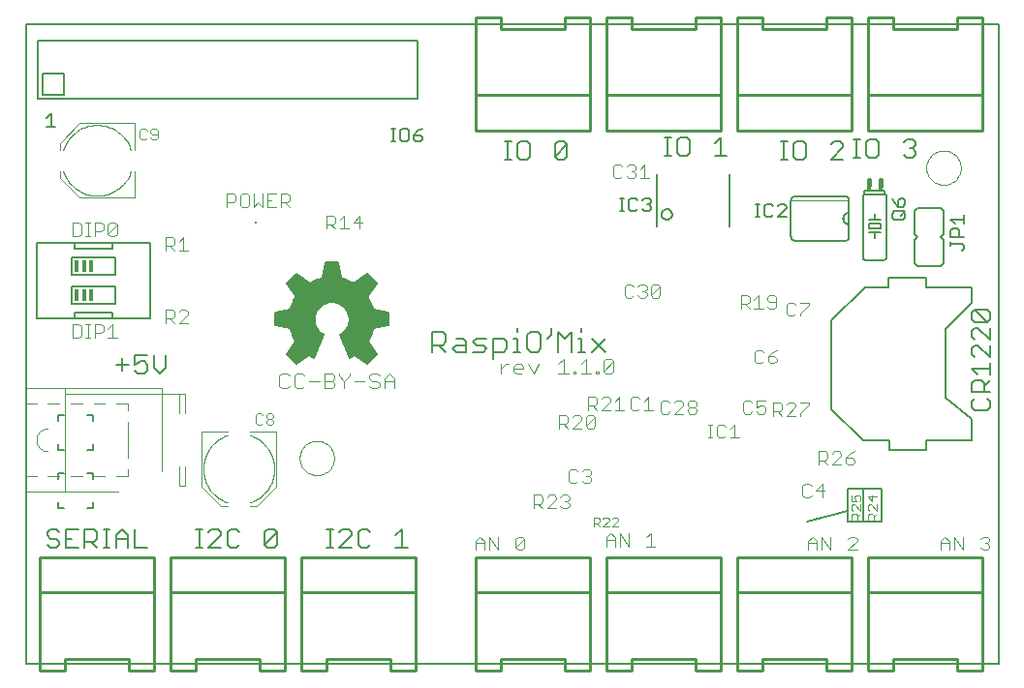
<source format=gto>
G75*
%MOIN*%
%OFA0B0*%
%FSLAX24Y24*%
%IPPOS*%
%LPD*%
%AMOC8*
5,1,8,0,0,1.08239X$1,22.5*
%
%ADD10C,0.0060*%
%ADD11C,0.0040*%
%ADD12C,0.0050*%
%ADD13R,0.0079X0.0079*%
%ADD14C,0.0000*%
%ADD15C,0.0020*%
%ADD16C,0.0160*%
%ADD17R,0.0160X0.0230*%
%ADD18C,0.0039*%
%ADD19R,0.0150X0.0400*%
%ADD20C,0.0030*%
%ADD21C,0.0100*%
%ADD22C,0.0080*%
D10*
X000989Y004401D02*
X000882Y004508D01*
X000989Y004401D02*
X001202Y004401D01*
X001309Y004508D01*
X001309Y004615D01*
X001202Y004722D01*
X000989Y004722D01*
X000882Y004828D01*
X000882Y004935D01*
X000989Y005042D01*
X001202Y005042D01*
X001309Y004935D01*
X001527Y005042D02*
X001527Y004401D01*
X001954Y004401D01*
X002171Y004401D02*
X002171Y005042D01*
X002491Y005042D01*
X002598Y004935D01*
X002598Y004722D01*
X002491Y004615D01*
X002171Y004615D01*
X002385Y004615D02*
X002598Y004401D01*
X002816Y004401D02*
X003029Y004401D01*
X002922Y004401D02*
X002922Y005042D01*
X002816Y005042D02*
X003029Y005042D01*
X003245Y004828D02*
X003459Y005042D01*
X003672Y004828D01*
X003672Y004401D01*
X003890Y004401D02*
X004317Y004401D01*
X003890Y004401D02*
X003890Y005042D01*
X003672Y004722D02*
X003245Y004722D01*
X003245Y004828D02*
X003245Y004401D01*
X001954Y005042D02*
X001527Y005042D01*
X001527Y004722D02*
X001740Y004722D01*
X001452Y005771D02*
X001252Y005771D01*
X001252Y005971D01*
X001252Y006771D02*
X001252Y006971D01*
X001452Y006971D01*
X002252Y006971D02*
X002452Y006971D01*
X002452Y006771D01*
X002452Y005971D02*
X002452Y005771D01*
X002252Y005771D01*
X002252Y007771D02*
X002452Y007771D01*
X002452Y007971D01*
X001452Y007771D02*
X001252Y007771D01*
X001252Y007971D01*
X001252Y008771D02*
X001252Y008971D01*
X001452Y008971D01*
X002252Y008971D02*
X002452Y008971D01*
X002452Y008771D01*
X003470Y010508D02*
X003470Y010935D01*
X003257Y010722D02*
X003684Y010722D01*
X003902Y010722D02*
X004115Y010828D01*
X004222Y010828D01*
X004329Y010722D01*
X004329Y010508D01*
X004222Y010401D01*
X004008Y010401D01*
X003902Y010508D01*
X003902Y010722D02*
X003902Y011042D01*
X004329Y011042D01*
X004546Y011042D02*
X004546Y010615D01*
X004760Y010401D01*
X004973Y010615D01*
X004973Y011042D01*
X004427Y012321D02*
X003127Y012321D01*
X001827Y012321D01*
X001827Y012521D01*
X003127Y012521D01*
X003127Y012321D01*
X003227Y012821D02*
X001727Y012821D01*
X001727Y013421D01*
X003227Y013421D01*
X003227Y012821D01*
X003227Y013821D02*
X001727Y013821D01*
X001727Y014421D01*
X003227Y014421D01*
X003227Y013821D01*
X003127Y014721D02*
X001827Y014721D01*
X001827Y014921D01*
X003127Y014921D01*
X003127Y014721D01*
X003127Y014921D02*
X004427Y014921D01*
X004427Y012321D01*
X001827Y012321D02*
X000527Y012321D01*
X000527Y014921D01*
X001827Y014921D01*
X008747Y012506D02*
X008737Y012086D01*
X009267Y011986D01*
X009467Y011506D01*
X009167Y011076D01*
X009467Y010786D01*
X009877Y011086D01*
X010077Y010976D01*
X010357Y011716D01*
X010077Y012016D01*
X010087Y012536D01*
X010427Y012886D01*
X010897Y012896D01*
X011287Y012546D01*
X011297Y012036D01*
X010997Y011736D01*
X011307Y010976D01*
X011477Y011056D01*
X011887Y010786D01*
X012187Y011066D01*
X011907Y011496D01*
X012077Y011986D01*
X012597Y012076D01*
X012607Y012486D01*
X012087Y012586D01*
X011867Y013056D01*
X012177Y013496D01*
X011897Y013786D01*
X011447Y013496D01*
X010977Y013666D01*
X010887Y014216D01*
X010477Y014206D01*
X010367Y013666D01*
X009907Y013476D01*
X009477Y013776D01*
X009187Y013516D01*
X009477Y013076D01*
X009287Y012606D01*
X008747Y012506D01*
X008746Y012481D02*
X010086Y012481D01*
X010085Y012423D02*
X008745Y012423D01*
X008744Y012364D02*
X010084Y012364D01*
X010083Y012306D02*
X008742Y012306D01*
X008741Y012247D02*
X010081Y012247D01*
X010080Y012189D02*
X008739Y012189D01*
X008738Y012130D02*
X010079Y012130D01*
X010078Y012072D02*
X008816Y012072D01*
X009126Y012013D02*
X010080Y012013D01*
X010135Y011955D02*
X009280Y011955D01*
X009305Y011896D02*
X010189Y011896D01*
X010244Y011838D02*
X009329Y011838D01*
X009353Y011779D02*
X010299Y011779D01*
X010353Y011721D02*
X009378Y011721D01*
X009402Y011662D02*
X010336Y011662D01*
X010314Y011604D02*
X009427Y011604D01*
X009451Y011545D02*
X010292Y011545D01*
X010270Y011487D02*
X009453Y011487D01*
X009412Y011428D02*
X010248Y011428D01*
X010226Y011370D02*
X009371Y011370D01*
X009331Y011311D02*
X010204Y011311D01*
X010181Y011253D02*
X009290Y011253D01*
X009249Y011194D02*
X010159Y011194D01*
X010137Y011136D02*
X009208Y011136D01*
X009167Y011077D02*
X009864Y011077D01*
X009894Y011077D02*
X010115Y011077D01*
X010093Y011019D02*
X010001Y011019D01*
X009784Y011019D02*
X009227Y011019D01*
X009287Y010960D02*
X009704Y010960D01*
X009624Y010902D02*
X009348Y010902D01*
X009408Y010843D02*
X009544Y010843D01*
X011099Y011487D02*
X011913Y011487D01*
X011924Y011545D02*
X011075Y011545D01*
X011051Y011604D02*
X011944Y011604D01*
X011964Y011662D02*
X011027Y011662D01*
X011003Y011721D02*
X011985Y011721D01*
X012005Y011779D02*
X011040Y011779D01*
X011098Y011838D02*
X012025Y011838D01*
X012046Y011896D02*
X011157Y011896D01*
X011215Y011955D02*
X012066Y011955D01*
X012230Y012013D02*
X011274Y012013D01*
X011296Y012072D02*
X012568Y012072D01*
X012598Y012130D02*
X011295Y012130D01*
X011294Y012189D02*
X012600Y012189D01*
X012601Y012247D02*
X011293Y012247D01*
X011292Y012306D02*
X012603Y012306D01*
X012604Y012364D02*
X011291Y012364D01*
X011289Y012423D02*
X012605Y012423D01*
X012607Y012481D02*
X011288Y012481D01*
X011287Y012540D02*
X012331Y012540D01*
X012082Y012598D02*
X011230Y012598D01*
X011164Y012657D02*
X012054Y012657D01*
X012027Y012715D02*
X011099Y012715D01*
X011034Y012774D02*
X011999Y012774D01*
X011972Y012832D02*
X010969Y012832D01*
X010904Y012891D02*
X011945Y012891D01*
X011917Y012949D02*
X009425Y012949D01*
X009402Y012891D02*
X010617Y012891D01*
X010374Y012832D02*
X009378Y012832D01*
X009354Y012774D02*
X010317Y012774D01*
X010260Y012715D02*
X009331Y012715D01*
X009307Y012657D02*
X010204Y012657D01*
X010147Y012598D02*
X009241Y012598D01*
X008925Y012540D02*
X010090Y012540D01*
X009449Y013008D02*
X011890Y013008D01*
X011874Y013066D02*
X009473Y013066D01*
X009445Y013125D02*
X011915Y013125D01*
X011956Y013183D02*
X009407Y013183D01*
X009368Y013242D02*
X011997Y013242D01*
X012039Y013300D02*
X009330Y013300D01*
X009291Y013359D02*
X012080Y013359D01*
X012121Y013417D02*
X009253Y013417D01*
X009214Y013476D02*
X012162Y013476D01*
X012141Y013534D02*
X011505Y013534D01*
X011596Y013593D02*
X012084Y013593D01*
X012028Y013651D02*
X011687Y013651D01*
X011778Y013710D02*
X011971Y013710D01*
X011915Y013768D02*
X011868Y013768D01*
X011343Y013534D02*
X010046Y013534D01*
X010188Y013593D02*
X011181Y013593D01*
X011020Y013651D02*
X010330Y013651D01*
X010376Y013710D02*
X010970Y013710D01*
X010960Y013768D02*
X010388Y013768D01*
X010400Y013827D02*
X010951Y013827D01*
X010941Y013885D02*
X010411Y013885D01*
X010423Y013944D02*
X010932Y013944D01*
X010922Y014002D02*
X010435Y014002D01*
X010447Y014061D02*
X010912Y014061D01*
X010903Y014119D02*
X010459Y014119D01*
X010471Y014178D02*
X010893Y014178D01*
X009824Y013534D02*
X009207Y013534D01*
X009272Y013593D02*
X009741Y013593D01*
X009657Y013651D02*
X009337Y013651D01*
X009402Y013710D02*
X009573Y013710D01*
X009489Y013768D02*
X009468Y013768D01*
X011123Y011428D02*
X011952Y011428D01*
X011990Y011370D02*
X011147Y011370D01*
X011171Y011311D02*
X012028Y011311D01*
X012066Y011253D02*
X011194Y011253D01*
X011218Y011194D02*
X012104Y011194D01*
X012142Y011136D02*
X011242Y011136D01*
X011266Y011077D02*
X012180Y011077D01*
X012136Y011019D02*
X011535Y011019D01*
X011623Y010960D02*
X012073Y010960D01*
X012010Y010902D02*
X011712Y010902D01*
X011801Y010843D02*
X011948Y010843D01*
X011396Y011019D02*
X011290Y011019D01*
X014132Y011151D02*
X014132Y011852D01*
X014482Y011852D01*
X014599Y011735D01*
X014599Y011502D01*
X014482Y011385D01*
X014132Y011385D01*
X014366Y011385D02*
X014599Y011151D01*
X014832Y011268D02*
X014949Y011385D01*
X015299Y011385D01*
X015299Y011502D02*
X015182Y011619D01*
X014949Y011619D01*
X015299Y011502D02*
X015299Y011151D01*
X014949Y011151D01*
X014832Y011268D01*
X015532Y011151D02*
X015882Y011151D01*
X015999Y011268D01*
X015882Y011385D01*
X015648Y011385D01*
X015532Y011502D01*
X015648Y011619D01*
X015999Y011619D01*
X016231Y011619D02*
X016582Y011619D01*
X016698Y011502D01*
X016698Y011268D01*
X016582Y011151D01*
X016231Y011151D01*
X016231Y010918D02*
X016231Y011619D01*
X016931Y011619D02*
X017048Y011619D01*
X017048Y011151D01*
X016931Y011151D02*
X017165Y011151D01*
X017398Y011268D02*
X017514Y011151D01*
X017748Y011151D01*
X017865Y011268D01*
X017865Y011735D01*
X017748Y011852D01*
X017514Y011852D01*
X017398Y011735D01*
X017398Y011268D01*
X017048Y011852D02*
X017048Y011969D01*
X018097Y011619D02*
X018214Y011735D01*
X018214Y011969D01*
X018447Y011852D02*
X018681Y011619D01*
X018914Y011852D01*
X018914Y011151D01*
X019147Y011151D02*
X019381Y011151D01*
X019264Y011151D02*
X019264Y011619D01*
X019147Y011619D01*
X019264Y011852D02*
X019264Y011969D01*
X019614Y011619D02*
X020081Y011151D01*
X019614Y011151D02*
X020081Y011619D01*
X018447Y011852D02*
X018447Y011151D01*
X021856Y015473D02*
X021856Y017270D01*
X022132Y017901D02*
X022345Y017901D01*
X022239Y017901D02*
X022239Y018542D01*
X022345Y018542D02*
X022132Y018542D01*
X022562Y018435D02*
X022562Y018008D01*
X022668Y017901D01*
X022882Y017901D01*
X022989Y018008D01*
X022989Y018435D01*
X022882Y018542D01*
X022668Y018542D01*
X022562Y018435D01*
X023851Y018328D02*
X024064Y018542D01*
X024064Y017901D01*
X023851Y017901D02*
X024278Y017901D01*
X024348Y017270D02*
X024348Y015473D01*
X026477Y015126D02*
X026477Y016366D01*
X026479Y016389D01*
X026484Y016412D01*
X026493Y016434D01*
X026506Y016454D01*
X026521Y016472D01*
X026539Y016487D01*
X026559Y016500D01*
X026581Y016509D01*
X026604Y016514D01*
X026627Y016516D01*
X028327Y016516D01*
X028350Y016514D01*
X028373Y016509D01*
X028395Y016500D01*
X028415Y016487D01*
X028433Y016472D01*
X028448Y016454D01*
X028461Y016434D01*
X028470Y016412D01*
X028475Y016389D01*
X028477Y016366D01*
X028477Y015126D01*
X028475Y015103D01*
X028470Y015080D01*
X028461Y015058D01*
X028448Y015038D01*
X028433Y015020D01*
X028415Y015005D01*
X028395Y014992D01*
X028373Y014983D01*
X028350Y014978D01*
X028327Y014976D01*
X026627Y014976D01*
X026604Y014978D01*
X026581Y014983D01*
X026559Y014992D01*
X026539Y015005D01*
X026521Y015020D01*
X026506Y015038D01*
X026493Y015058D01*
X026484Y015080D01*
X026479Y015103D01*
X026477Y015126D01*
X028477Y015546D02*
X028450Y015548D01*
X028423Y015553D01*
X028397Y015563D01*
X028373Y015575D01*
X028351Y015591D01*
X028331Y015609D01*
X028314Y015631D01*
X028299Y015654D01*
X028289Y015679D01*
X028281Y015705D01*
X028277Y015732D01*
X028277Y015760D01*
X028281Y015787D01*
X028289Y015813D01*
X028299Y015838D01*
X028314Y015861D01*
X028331Y015883D01*
X028351Y015901D01*
X028373Y015917D01*
X028397Y015929D01*
X028423Y015939D01*
X028450Y015944D01*
X028477Y015946D01*
X029152Y015721D02*
X029352Y015721D01*
X029352Y015921D01*
X029352Y015721D02*
X029552Y015721D01*
X029552Y015571D02*
X029152Y015571D01*
X029152Y015421D01*
X029552Y015421D01*
X029552Y015571D01*
X029552Y015271D02*
X029352Y015271D01*
X029152Y015271D01*
X029352Y015271D02*
X029352Y015071D01*
X029752Y014421D02*
X029750Y014404D01*
X029746Y014387D01*
X029739Y014371D01*
X029729Y014357D01*
X029716Y014344D01*
X029702Y014334D01*
X029686Y014327D01*
X029669Y014323D01*
X029652Y014321D01*
X029052Y014321D01*
X029035Y014323D01*
X029018Y014327D01*
X029002Y014334D01*
X028988Y014344D01*
X028975Y014357D01*
X028965Y014371D01*
X028958Y014387D01*
X028954Y014404D01*
X028952Y014421D01*
X028952Y016571D01*
X029002Y016571D01*
X029702Y016571D01*
X029752Y016571D01*
X029752Y014421D01*
X030727Y014221D02*
X030827Y014121D01*
X031627Y014121D01*
X031727Y014221D01*
X031727Y015021D01*
X031627Y015121D01*
X031727Y015221D01*
X031727Y016021D01*
X031627Y016121D01*
X030827Y016121D01*
X030727Y016021D01*
X030727Y015221D01*
X030827Y015121D01*
X030727Y015021D01*
X030727Y014221D01*
X029702Y016571D02*
X029702Y016721D01*
X029002Y016721D01*
X029002Y016571D01*
X028278Y017776D02*
X027851Y017776D01*
X028278Y018203D01*
X028278Y018310D01*
X028171Y018417D01*
X027958Y018417D01*
X027851Y018310D01*
X028632Y018480D02*
X028845Y018480D01*
X028739Y018480D02*
X028739Y017839D01*
X028845Y017839D02*
X028632Y017839D01*
X029062Y017946D02*
X029062Y018373D01*
X029168Y018480D01*
X029382Y018480D01*
X029489Y018373D01*
X029489Y017946D01*
X029382Y017839D01*
X029168Y017839D01*
X029062Y017946D01*
X030351Y017946D02*
X030458Y017839D01*
X030671Y017839D01*
X030778Y017946D01*
X030778Y018052D01*
X030671Y018159D01*
X030564Y018159D01*
X030671Y018159D02*
X030778Y018266D01*
X030778Y018373D01*
X030671Y018480D01*
X030458Y018480D01*
X030351Y018373D01*
X026989Y018310D02*
X026989Y017883D01*
X026882Y017776D01*
X026668Y017776D01*
X026562Y017883D01*
X026562Y018310D01*
X026668Y018417D01*
X026882Y018417D01*
X026989Y018310D01*
X026345Y018417D02*
X026132Y018417D01*
X026239Y018417D02*
X026239Y017776D01*
X026345Y017776D02*
X026132Y017776D01*
X022026Y015891D02*
X022028Y015917D01*
X022034Y015943D01*
X022043Y015967D01*
X022056Y015990D01*
X022072Y016011D01*
X022091Y016029D01*
X022112Y016045D01*
X022136Y016057D01*
X022160Y016065D01*
X022186Y016070D01*
X022213Y016071D01*
X022239Y016068D01*
X022264Y016061D01*
X022288Y016051D01*
X022311Y016037D01*
X022331Y016021D01*
X022348Y016001D01*
X022363Y015979D01*
X022374Y015955D01*
X022382Y015930D01*
X022386Y015904D01*
X022386Y015878D01*
X022382Y015852D01*
X022374Y015827D01*
X022363Y015803D01*
X022348Y015781D01*
X022331Y015761D01*
X022311Y015745D01*
X022288Y015731D01*
X022264Y015721D01*
X022239Y015714D01*
X022213Y015711D01*
X022186Y015712D01*
X022160Y015717D01*
X022136Y015725D01*
X022112Y015737D01*
X022091Y015753D01*
X022072Y015771D01*
X022056Y015792D01*
X022043Y015815D01*
X022034Y015839D01*
X022028Y015865D01*
X022026Y015891D01*
X018778Y017883D02*
X018671Y017776D01*
X018458Y017776D01*
X018351Y017883D01*
X018778Y018310D01*
X018778Y017883D01*
X018351Y017883D02*
X018351Y018310D01*
X018458Y018417D01*
X018671Y018417D01*
X018778Y018310D01*
X017489Y018310D02*
X017489Y017883D01*
X017382Y017776D01*
X017168Y017776D01*
X017062Y017883D01*
X017062Y018310D01*
X017168Y018417D01*
X017382Y018417D01*
X017489Y018310D01*
X016845Y018417D02*
X016632Y018417D01*
X016739Y018417D02*
X016739Y017776D01*
X016845Y017776D02*
X016632Y017776D01*
X013084Y005042D02*
X013084Y004401D01*
X013297Y004401D02*
X012870Y004401D01*
X012870Y004828D02*
X013084Y005042D01*
X012008Y004935D02*
X011901Y005042D01*
X011688Y005042D01*
X011581Y004935D01*
X011581Y004508D01*
X011688Y004401D01*
X011901Y004401D01*
X012008Y004508D01*
X011364Y004401D02*
X010937Y004401D01*
X011364Y004828D01*
X011364Y004935D01*
X011257Y005042D01*
X011043Y005042D01*
X010937Y004935D01*
X010720Y005042D02*
X010507Y005042D01*
X010614Y005042D02*
X010614Y004401D01*
X010720Y004401D02*
X010507Y004401D01*
X008797Y004508D02*
X008691Y004401D01*
X008477Y004401D01*
X008370Y004508D01*
X008797Y004935D01*
X008797Y004508D01*
X008370Y004508D02*
X008370Y004935D01*
X008477Y005042D01*
X008691Y005042D01*
X008797Y004935D01*
X007508Y004935D02*
X007401Y005042D01*
X007188Y005042D01*
X007081Y004935D01*
X007081Y004508D01*
X007188Y004401D01*
X007401Y004401D01*
X007508Y004508D01*
X006864Y004401D02*
X006437Y004401D01*
X006864Y004828D01*
X006864Y004935D01*
X006757Y005042D01*
X006543Y005042D01*
X006437Y004935D01*
X006220Y005042D02*
X006007Y005042D01*
X006114Y005042D02*
X006114Y004401D01*
X006220Y004401D02*
X006007Y004401D01*
D11*
X006867Y005842D02*
X006197Y006511D01*
X006197Y008401D01*
X007103Y008401D01*
X007851Y008401D02*
X008756Y008401D01*
X008756Y006511D01*
X008087Y005842D01*
X007851Y005842D01*
X007103Y005842D02*
X006867Y005842D01*
X007851Y005960D02*
X007915Y005982D01*
X007978Y006009D01*
X008040Y006039D01*
X008099Y006072D01*
X008157Y006108D01*
X008213Y006148D01*
X008266Y006191D01*
X008317Y006236D01*
X008365Y006284D01*
X008410Y006335D01*
X008453Y006389D01*
X008492Y006445D01*
X008529Y006502D01*
X008562Y006562D01*
X008591Y006624D01*
X008617Y006687D01*
X008640Y006751D01*
X008659Y006817D01*
X008674Y006884D01*
X008685Y006951D01*
X008693Y007019D01*
X008697Y007087D01*
X008697Y007155D01*
X008693Y007223D01*
X008685Y007291D01*
X008674Y007358D01*
X008659Y007425D01*
X008640Y007491D01*
X008617Y007555D01*
X008591Y007618D01*
X008562Y007680D01*
X008529Y007740D01*
X008492Y007797D01*
X008453Y007853D01*
X008410Y007907D01*
X008365Y007958D01*
X008317Y008006D01*
X008266Y008051D01*
X008213Y008094D01*
X008157Y008134D01*
X008099Y008170D01*
X008040Y008203D01*
X007978Y008233D01*
X007915Y008260D01*
X007851Y008282D01*
X007103Y008282D02*
X007039Y008260D01*
X006976Y008233D01*
X006914Y008203D01*
X006855Y008170D01*
X006797Y008134D01*
X006741Y008094D01*
X006688Y008051D01*
X006637Y008006D01*
X006589Y007958D01*
X006544Y007907D01*
X006501Y007853D01*
X006462Y007797D01*
X006425Y007740D01*
X006392Y007680D01*
X006363Y007618D01*
X006337Y007555D01*
X006314Y007491D01*
X006295Y007425D01*
X006280Y007358D01*
X006269Y007291D01*
X006261Y007223D01*
X006257Y007155D01*
X006257Y007087D01*
X006261Y007019D01*
X006269Y006951D01*
X006280Y006884D01*
X006295Y006817D01*
X006314Y006751D01*
X006337Y006687D01*
X006363Y006624D01*
X006392Y006562D01*
X006425Y006502D01*
X006462Y006445D01*
X006501Y006389D01*
X006544Y006335D01*
X006589Y006284D01*
X006637Y006236D01*
X006688Y006191D01*
X006741Y006148D01*
X006797Y006108D01*
X006855Y006072D01*
X006914Y006039D01*
X006976Y006009D01*
X007039Y005982D01*
X007103Y005960D01*
X008959Y009891D02*
X009132Y009891D01*
X009219Y009978D01*
X009388Y009978D02*
X009474Y009891D01*
X009648Y009891D01*
X009735Y009978D01*
X009903Y010152D02*
X010250Y010152D01*
X010419Y010152D02*
X010679Y010152D01*
X010766Y010065D01*
X010766Y009978D01*
X010679Y009891D01*
X010419Y009891D01*
X010419Y010412D01*
X010679Y010412D01*
X010766Y010325D01*
X010766Y010238D01*
X010679Y010152D01*
X010935Y010325D02*
X011108Y010152D01*
X011108Y009891D01*
X011108Y010152D02*
X011281Y010325D01*
X011281Y010412D01*
X011450Y010152D02*
X011797Y010152D01*
X011966Y010238D02*
X011966Y010325D01*
X012053Y010412D01*
X012226Y010412D01*
X012313Y010325D01*
X012481Y010238D02*
X012655Y010412D01*
X012828Y010238D01*
X012828Y009891D01*
X012828Y010152D02*
X012481Y010152D01*
X012481Y010238D02*
X012481Y009891D01*
X012313Y009978D02*
X012226Y009891D01*
X012053Y009891D01*
X011966Y009978D01*
X012053Y010152D02*
X012226Y010152D01*
X012313Y010065D01*
X012313Y009978D01*
X012053Y010152D02*
X011966Y010238D01*
X010935Y010325D02*
X010935Y010412D01*
X009735Y010325D02*
X009648Y010412D01*
X009474Y010412D01*
X009388Y010325D01*
X009388Y009978D01*
X008959Y009891D02*
X008872Y009978D01*
X008872Y010325D01*
X008959Y010412D01*
X009132Y010412D01*
X009219Y010325D01*
X005719Y012141D02*
X005412Y012141D01*
X005719Y012448D01*
X005719Y012525D01*
X005642Y012602D01*
X005488Y012602D01*
X005412Y012525D01*
X005258Y012525D02*
X005181Y012602D01*
X004951Y012602D01*
X004951Y012141D01*
X004951Y012295D02*
X005181Y012295D01*
X005258Y012372D01*
X005258Y012525D01*
X005105Y012295D02*
X005258Y012141D01*
X003282Y011641D02*
X002975Y011641D01*
X003128Y011641D02*
X003128Y012102D01*
X002975Y011948D01*
X002821Y011872D02*
X002821Y012025D01*
X002744Y012102D01*
X002514Y012102D01*
X002514Y011641D01*
X002361Y011641D02*
X002207Y011641D01*
X002284Y011641D02*
X002284Y012102D01*
X002207Y012102D02*
X002361Y012102D01*
X002054Y012025D02*
X001977Y012102D01*
X001747Y012102D01*
X001747Y011641D01*
X001977Y011641D01*
X002054Y011718D01*
X002054Y012025D01*
X002514Y011795D02*
X002744Y011795D01*
X002821Y011872D01*
X004951Y014641D02*
X004951Y015102D01*
X005181Y015102D01*
X005258Y015025D01*
X005258Y014872D01*
X005181Y014795D01*
X004951Y014795D01*
X005105Y014795D02*
X005258Y014641D01*
X005412Y014641D02*
X005719Y014641D01*
X005565Y014641D02*
X005565Y015102D01*
X005412Y014948D01*
X007070Y016141D02*
X007070Y016602D01*
X007300Y016602D01*
X007377Y016525D01*
X007377Y016372D01*
X007300Y016295D01*
X007070Y016295D01*
X007530Y016218D02*
X007607Y016141D01*
X007761Y016141D01*
X007837Y016218D01*
X007837Y016525D01*
X007761Y016602D01*
X007607Y016602D01*
X007530Y016525D01*
X007530Y016218D01*
X007991Y016141D02*
X008144Y016295D01*
X008298Y016141D01*
X008298Y016602D01*
X008451Y016602D02*
X008451Y016141D01*
X008758Y016141D01*
X008912Y016141D02*
X008912Y016602D01*
X009142Y016602D01*
X009218Y016525D01*
X009218Y016372D01*
X009142Y016295D01*
X008912Y016295D01*
X009065Y016295D02*
X009218Y016141D01*
X008758Y016602D02*
X008451Y016602D01*
X008451Y016372D02*
X008605Y016372D01*
X007991Y016602D02*
X007991Y016141D01*
X010491Y015852D02*
X010491Y015391D01*
X010491Y015545D02*
X010721Y015545D01*
X010798Y015622D01*
X010798Y015775D01*
X010721Y015852D01*
X010491Y015852D01*
X010951Y015698D02*
X011105Y015852D01*
X011105Y015391D01*
X011258Y015391D02*
X010951Y015391D01*
X010798Y015391D02*
X010644Y015545D01*
X011412Y015622D02*
X011719Y015622D01*
X011642Y015852D02*
X011642Y015391D01*
X011412Y015622D02*
X011642Y015852D01*
X018474Y010738D02*
X018647Y010912D01*
X018647Y010391D01*
X018474Y010391D02*
X018821Y010391D01*
X018989Y010391D02*
X019076Y010391D01*
X019076Y010478D01*
X018989Y010478D01*
X018989Y010391D01*
X019247Y010391D02*
X019594Y010391D01*
X019763Y010391D02*
X019849Y010391D01*
X019849Y010478D01*
X019763Y010478D01*
X019763Y010391D01*
X020021Y010478D02*
X020367Y010825D01*
X020367Y010478D01*
X020281Y010391D01*
X020107Y010391D01*
X020021Y010478D01*
X020021Y010825D01*
X020107Y010912D01*
X020281Y010912D01*
X020367Y010825D01*
X019421Y010912D02*
X019421Y010391D01*
X019247Y010738D02*
X019421Y010912D01*
X017789Y010738D02*
X017616Y010391D01*
X017442Y010738D01*
X017274Y010652D02*
X017274Y010565D01*
X016927Y010565D01*
X016927Y010652D02*
X017013Y010738D01*
X017187Y010738D01*
X017274Y010652D01*
X017187Y010391D02*
X017013Y010391D01*
X016927Y010478D01*
X016927Y010652D01*
X016757Y010738D02*
X016670Y010738D01*
X016497Y010565D01*
X016497Y010738D02*
X016497Y010391D01*
X018497Y008977D02*
X018727Y008977D01*
X018804Y008900D01*
X018804Y008747D01*
X018727Y008670D01*
X018497Y008670D01*
X018650Y008670D02*
X018804Y008516D01*
X018957Y008516D02*
X019264Y008823D01*
X019264Y008900D01*
X019188Y008977D01*
X019034Y008977D01*
X018957Y008900D01*
X018957Y008516D02*
X019264Y008516D01*
X019418Y008593D02*
X019725Y008900D01*
X019725Y008593D01*
X019648Y008516D01*
X019494Y008516D01*
X019418Y008593D01*
X019418Y008900D01*
X019494Y008977D01*
X019648Y008977D01*
X019725Y008900D01*
X019804Y009141D02*
X019650Y009295D01*
X019727Y009295D02*
X019497Y009295D01*
X019497Y009141D02*
X019497Y009602D01*
X019727Y009602D01*
X019804Y009525D01*
X019804Y009372D01*
X019727Y009295D01*
X019957Y009141D02*
X020264Y009448D01*
X020264Y009525D01*
X020188Y009602D01*
X020034Y009602D01*
X019957Y009525D01*
X020418Y009448D02*
X020571Y009602D01*
X020571Y009141D01*
X020418Y009141D02*
X020725Y009141D01*
X020951Y009218D02*
X021028Y009141D01*
X021181Y009141D01*
X021258Y009218D01*
X021412Y009141D02*
X021719Y009141D01*
X021565Y009141D02*
X021565Y009602D01*
X021412Y009448D01*
X021258Y009525D02*
X021181Y009602D01*
X021028Y009602D01*
X020951Y009525D01*
X020951Y009218D01*
X020264Y009141D02*
X019957Y009141D01*
X018497Y008977D02*
X018497Y008516D01*
X018903Y007102D02*
X018826Y007025D01*
X018826Y006718D01*
X018903Y006641D01*
X019056Y006641D01*
X019133Y006718D01*
X019287Y006718D02*
X019363Y006641D01*
X019517Y006641D01*
X019594Y006718D01*
X019594Y006795D01*
X019517Y006872D01*
X019440Y006872D01*
X019517Y006872D02*
X019594Y006948D01*
X019594Y007025D01*
X019517Y007102D01*
X019363Y007102D01*
X019287Y007025D01*
X019133Y007025D02*
X019056Y007102D01*
X018903Y007102D01*
X018773Y006227D02*
X018850Y006150D01*
X018850Y006073D01*
X018773Y005997D01*
X018850Y005920D01*
X018850Y005843D01*
X018773Y005766D01*
X018619Y005766D01*
X018543Y005843D01*
X018389Y005766D02*
X018082Y005766D01*
X018389Y006073D01*
X018389Y006150D01*
X018313Y006227D01*
X018159Y006227D01*
X018082Y006150D01*
X017929Y006150D02*
X017929Y005997D01*
X017852Y005920D01*
X017622Y005920D01*
X017775Y005920D02*
X017929Y005766D01*
X017622Y005766D02*
X017622Y006227D01*
X017852Y006227D01*
X017929Y006150D01*
X018543Y006150D02*
X018619Y006227D01*
X018773Y006227D01*
X018773Y005997D02*
X018696Y005997D01*
X020122Y004761D02*
X020275Y004914D01*
X020429Y004761D01*
X020429Y004454D01*
X020582Y004454D02*
X020582Y004914D01*
X020889Y004454D01*
X020889Y004914D01*
X020429Y004684D02*
X020122Y004684D01*
X020122Y004761D02*
X020122Y004454D01*
X021503Y004454D02*
X021810Y004454D01*
X021657Y004454D02*
X021657Y004914D01*
X021503Y004761D01*
X017310Y004713D02*
X017310Y004406D01*
X017233Y004329D01*
X017080Y004329D01*
X017003Y004406D01*
X017310Y004713D01*
X017233Y004789D01*
X017080Y004789D01*
X017003Y004713D01*
X017003Y004406D01*
X016389Y004329D02*
X016389Y004789D01*
X016082Y004789D02*
X016389Y004329D01*
X016082Y004329D02*
X016082Y004789D01*
X015929Y004636D02*
X015929Y004329D01*
X015929Y004559D02*
X015622Y004559D01*
X015622Y004636D02*
X015622Y004329D01*
X015622Y004636D02*
X015775Y004789D01*
X015929Y004636D01*
X021997Y009093D02*
X022074Y009016D01*
X022227Y009016D01*
X022304Y009093D01*
X022457Y009016D02*
X022764Y009323D01*
X022764Y009400D01*
X022688Y009477D01*
X022534Y009477D01*
X022457Y009400D01*
X022304Y009400D02*
X022227Y009477D01*
X022074Y009477D01*
X021997Y009400D01*
X021997Y009093D01*
X022457Y009016D02*
X022764Y009016D01*
X022918Y009093D02*
X022918Y009170D01*
X022994Y009247D01*
X023148Y009247D01*
X023225Y009170D01*
X023225Y009093D01*
X023148Y009016D01*
X022994Y009016D01*
X022918Y009093D01*
X022994Y009247D02*
X022918Y009323D01*
X022918Y009400D01*
X022994Y009477D01*
X023148Y009477D01*
X023225Y009400D01*
X023225Y009323D01*
X023148Y009247D01*
X023622Y008652D02*
X023775Y008652D01*
X023699Y008652D02*
X023699Y008191D01*
X023775Y008191D02*
X023622Y008191D01*
X023929Y008268D02*
X024006Y008191D01*
X024159Y008191D01*
X024236Y008268D01*
X024389Y008191D02*
X024696Y008191D01*
X024543Y008191D02*
X024543Y008652D01*
X024389Y008498D01*
X024236Y008575D02*
X024159Y008652D01*
X024006Y008652D01*
X023929Y008575D01*
X023929Y008268D01*
X024826Y009093D02*
X024903Y009016D01*
X025056Y009016D01*
X025133Y009093D01*
X025287Y009093D02*
X025363Y009016D01*
X025517Y009016D01*
X025594Y009093D01*
X025594Y009247D01*
X025517Y009323D01*
X025440Y009323D01*
X025287Y009247D01*
X025287Y009477D01*
X025594Y009477D01*
X025866Y009414D02*
X026096Y009414D01*
X026173Y009338D01*
X026173Y009184D01*
X026096Y009107D01*
X025866Y009107D01*
X025866Y008954D02*
X025866Y009414D01*
X026019Y009107D02*
X026173Y008954D01*
X026326Y008954D02*
X026633Y009261D01*
X026633Y009338D01*
X026556Y009414D01*
X026403Y009414D01*
X026326Y009338D01*
X026326Y008954D02*
X026633Y008954D01*
X026787Y008954D02*
X026787Y009031D01*
X027094Y009338D01*
X027094Y009414D01*
X026787Y009414D01*
X025133Y009400D02*
X025056Y009477D01*
X024903Y009477D01*
X024826Y009400D01*
X024826Y009093D01*
X025296Y010762D02*
X025449Y010762D01*
X025526Y010838D01*
X025679Y010838D02*
X025679Y010992D01*
X025909Y010992D01*
X025986Y010915D01*
X025986Y010838D01*
X025909Y010762D01*
X025756Y010762D01*
X025679Y010838D01*
X025679Y010992D02*
X025833Y011145D01*
X025986Y011222D01*
X025526Y011145D02*
X025449Y011222D01*
X025296Y011222D01*
X025219Y011145D01*
X025219Y010838D01*
X025296Y010762D01*
X026403Y012391D02*
X026556Y012391D01*
X026633Y012468D01*
X026787Y012468D02*
X026787Y012391D01*
X026787Y012468D02*
X027094Y012775D01*
X027094Y012852D01*
X026787Y012852D01*
X026633Y012775D02*
X026556Y012852D01*
X026403Y012852D01*
X026326Y012775D01*
X026326Y012468D01*
X026403Y012391D01*
X025975Y012718D02*
X025975Y013025D01*
X025898Y013102D01*
X025744Y013102D01*
X025668Y013025D01*
X025668Y012948D01*
X025744Y012872D01*
X025975Y012872D01*
X025975Y012718D02*
X025898Y012641D01*
X025744Y012641D01*
X025668Y012718D01*
X025514Y012641D02*
X025207Y012641D01*
X025054Y012641D02*
X024900Y012795D01*
X024977Y012795D02*
X024747Y012795D01*
X024747Y012641D02*
X024747Y013102D01*
X024977Y013102D01*
X025054Y013025D01*
X025054Y012872D01*
X024977Y012795D01*
X025207Y012948D02*
X025361Y013102D01*
X025361Y012641D01*
X021975Y013093D02*
X021898Y013016D01*
X021744Y013016D01*
X021668Y013093D01*
X021975Y013400D01*
X021975Y013093D01*
X021975Y013400D02*
X021898Y013477D01*
X021744Y013477D01*
X021668Y013400D01*
X021668Y013093D01*
X021514Y013093D02*
X021438Y013016D01*
X021284Y013016D01*
X021207Y013093D01*
X021054Y013093D02*
X020977Y013016D01*
X020824Y013016D01*
X020747Y013093D01*
X020747Y013400D01*
X020824Y013477D01*
X020977Y013477D01*
X021054Y013400D01*
X021207Y013400D02*
X021284Y013477D01*
X021438Y013477D01*
X021514Y013400D01*
X021514Y013323D01*
X021438Y013247D01*
X021514Y013170D01*
X021514Y013093D01*
X021438Y013247D02*
X021361Y013247D01*
X021287Y017141D02*
X021594Y017141D01*
X021440Y017141D02*
X021440Y017602D01*
X021287Y017448D01*
X021133Y017448D02*
X021056Y017372D01*
X021133Y017295D01*
X021133Y017218D01*
X021056Y017141D01*
X020903Y017141D01*
X020826Y017218D01*
X020673Y017218D02*
X020596Y017141D01*
X020443Y017141D01*
X020366Y017218D01*
X020366Y017525D01*
X020443Y017602D01*
X020596Y017602D01*
X020673Y017525D01*
X020826Y017525D02*
X020903Y017602D01*
X021056Y017602D01*
X021133Y017525D01*
X021133Y017448D01*
X021056Y017372D02*
X020980Y017372D01*
X027428Y007727D02*
X027658Y007727D01*
X027735Y007650D01*
X027735Y007497D01*
X027658Y007420D01*
X027428Y007420D01*
X027428Y007266D02*
X027428Y007727D01*
X027582Y007420D02*
X027735Y007266D01*
X027889Y007266D02*
X028196Y007573D01*
X028196Y007650D01*
X028119Y007727D01*
X027965Y007727D01*
X027889Y007650D01*
X027889Y007266D02*
X028196Y007266D01*
X028349Y007343D02*
X028426Y007266D01*
X028579Y007266D01*
X028656Y007343D01*
X028656Y007420D01*
X028579Y007497D01*
X028349Y007497D01*
X028349Y007343D01*
X028349Y007497D02*
X028503Y007650D01*
X028656Y007727D01*
X027563Y006602D02*
X027332Y006372D01*
X027639Y006372D01*
X027563Y006602D02*
X027563Y006141D01*
X027179Y006218D02*
X027102Y006141D01*
X026949Y006141D01*
X026872Y006218D01*
X026872Y006525D01*
X026949Y006602D01*
X027102Y006602D01*
X027179Y006525D01*
X027213Y004789D02*
X027366Y004636D01*
X027366Y004329D01*
X027520Y004329D02*
X027520Y004789D01*
X027827Y004329D01*
X027827Y004789D01*
X027366Y004559D02*
X027059Y004559D01*
X027059Y004636D02*
X027059Y004329D01*
X027059Y004636D02*
X027213Y004789D01*
X028441Y004713D02*
X028517Y004789D01*
X028671Y004789D01*
X028748Y004713D01*
X028748Y004636D01*
X028441Y004329D01*
X028748Y004329D01*
X031622Y004329D02*
X031622Y004636D01*
X031775Y004789D01*
X031929Y004636D01*
X031929Y004329D01*
X032082Y004329D02*
X032082Y004789D01*
X032389Y004329D01*
X032389Y004789D01*
X031929Y004559D02*
X031622Y004559D01*
X033003Y004406D02*
X033080Y004329D01*
X033233Y004329D01*
X033310Y004406D01*
X033310Y004482D01*
X033233Y004559D01*
X033157Y004559D01*
X033233Y004559D02*
X033310Y004636D01*
X033310Y004713D01*
X033233Y004789D01*
X033080Y004789D01*
X033003Y004713D01*
X003881Y016467D02*
X001992Y016467D01*
X001322Y017136D01*
X001322Y017372D01*
X001322Y018120D02*
X001322Y018357D01*
X001992Y019026D01*
X003881Y019026D01*
X003881Y018120D01*
X003881Y017372D02*
X003881Y016467D01*
X003205Y015602D02*
X003282Y015525D01*
X002975Y015218D01*
X003051Y015141D01*
X003205Y015141D01*
X003282Y015218D01*
X003282Y015525D01*
X003205Y015602D02*
X003051Y015602D01*
X002975Y015525D01*
X002975Y015218D01*
X002821Y015372D02*
X002744Y015295D01*
X002514Y015295D01*
X002514Y015141D02*
X002514Y015602D01*
X002744Y015602D01*
X002821Y015525D01*
X002821Y015372D01*
X002361Y015602D02*
X002207Y015602D01*
X002284Y015602D02*
X002284Y015141D01*
X002207Y015141D02*
X002361Y015141D01*
X002054Y015218D02*
X002054Y015525D01*
X001977Y015602D01*
X001747Y015602D01*
X001747Y015141D01*
X001977Y015141D01*
X002054Y015218D01*
X001441Y018120D02*
X001463Y018184D01*
X001490Y018247D01*
X001520Y018309D01*
X001553Y018368D01*
X001589Y018426D01*
X001629Y018482D01*
X001672Y018535D01*
X001717Y018586D01*
X001765Y018634D01*
X001816Y018679D01*
X001870Y018722D01*
X001926Y018761D01*
X001983Y018798D01*
X002043Y018831D01*
X002105Y018860D01*
X002168Y018886D01*
X002232Y018909D01*
X002298Y018928D01*
X002365Y018943D01*
X002432Y018954D01*
X002500Y018962D01*
X002568Y018966D01*
X002636Y018966D01*
X002704Y018962D01*
X002772Y018954D01*
X002839Y018943D01*
X002906Y018928D01*
X002972Y018909D01*
X003036Y018886D01*
X003099Y018860D01*
X003161Y018831D01*
X003221Y018798D01*
X003278Y018761D01*
X003334Y018722D01*
X003388Y018679D01*
X003439Y018634D01*
X003487Y018586D01*
X003532Y018535D01*
X003575Y018482D01*
X003615Y018426D01*
X003651Y018368D01*
X003684Y018309D01*
X003714Y018247D01*
X003741Y018184D01*
X003763Y018120D01*
X003763Y017372D02*
X003741Y017308D01*
X003714Y017245D01*
X003684Y017183D01*
X003651Y017124D01*
X003615Y017066D01*
X003575Y017010D01*
X003532Y016957D01*
X003487Y016906D01*
X003439Y016858D01*
X003388Y016813D01*
X003334Y016770D01*
X003278Y016731D01*
X003221Y016694D01*
X003161Y016661D01*
X003099Y016632D01*
X003036Y016606D01*
X002972Y016583D01*
X002906Y016564D01*
X002839Y016549D01*
X002772Y016538D01*
X002704Y016530D01*
X002636Y016526D01*
X002568Y016526D01*
X002500Y016530D01*
X002432Y016538D01*
X002365Y016549D01*
X002298Y016564D01*
X002232Y016583D01*
X002168Y016606D01*
X002105Y016632D01*
X002043Y016661D01*
X001983Y016694D01*
X001926Y016731D01*
X001870Y016770D01*
X001816Y016813D01*
X001765Y016858D01*
X001717Y016906D01*
X001672Y016957D01*
X001629Y017010D01*
X001589Y017066D01*
X001553Y017124D01*
X001520Y017183D01*
X001490Y017245D01*
X001463Y017308D01*
X001441Y017372D01*
D12*
X000157Y022448D02*
X000157Y000401D01*
X033622Y000401D01*
X033622Y022448D01*
X000157Y022448D01*
X000551Y021858D02*
X000551Y019889D01*
X013622Y019889D01*
X013622Y021858D01*
X000551Y021858D01*
X000738Y020736D02*
X000738Y020007D01*
X001466Y020007D01*
X001466Y020736D02*
X000738Y020736D01*
X001014Y019363D02*
X000863Y019212D01*
X001014Y019363D02*
X001014Y018912D01*
X001164Y018912D02*
X000863Y018912D01*
X012727Y018847D02*
X012877Y018847D01*
X012802Y018847D02*
X012802Y018396D01*
X012727Y018396D02*
X012877Y018396D01*
X013034Y018472D02*
X013109Y018396D01*
X013259Y018396D01*
X013334Y018472D01*
X013334Y018772D01*
X013259Y018847D01*
X013109Y018847D01*
X013034Y018772D01*
X013034Y018472D01*
X013494Y018472D02*
X013494Y018622D01*
X013719Y018622D01*
X013795Y018547D01*
X013795Y018472D01*
X013719Y018396D01*
X013569Y018396D01*
X013494Y018472D01*
X013494Y018622D02*
X013644Y018772D01*
X013795Y018847D01*
X015633Y018978D02*
X015633Y019765D01*
X020133Y019765D02*
X020133Y018978D01*
X001466Y020007D02*
X001463Y020371D01*
X001466Y020735D01*
X020594Y016451D02*
X020744Y016451D01*
X020669Y016451D02*
X020669Y016001D01*
X020594Y016001D02*
X020744Y016001D01*
X020901Y016076D02*
X020976Y016001D01*
X021126Y016001D01*
X021201Y016076D01*
X021362Y016076D02*
X021437Y016001D01*
X021587Y016001D01*
X021662Y016076D01*
X021662Y016151D01*
X021587Y016226D01*
X021512Y016226D01*
X021587Y016226D02*
X021662Y016301D01*
X021662Y016376D01*
X021587Y016451D01*
X021437Y016451D01*
X021362Y016376D01*
X021201Y016376D02*
X021126Y016451D01*
X020976Y016451D01*
X020901Y016376D01*
X020901Y016076D01*
X024633Y018978D02*
X024633Y019765D01*
X029133Y019765D02*
X029133Y018978D01*
X029952Y016457D02*
X030027Y016307D01*
X030177Y016157D01*
X030177Y016382D01*
X030252Y016457D01*
X030327Y016457D01*
X030402Y016382D01*
X030402Y016232D01*
X030327Y016157D01*
X030177Y016157D01*
X030027Y015997D02*
X030327Y015997D01*
X030402Y015922D01*
X030402Y015772D01*
X030327Y015696D01*
X030027Y015696D01*
X029952Y015772D01*
X029952Y015922D01*
X030027Y015997D01*
X030252Y015847D02*
X030402Y015997D01*
X031977Y015717D02*
X032427Y015717D01*
X032427Y015567D02*
X032427Y015867D01*
X032127Y015567D02*
X031977Y015717D01*
X032052Y015407D02*
X032202Y015407D01*
X032277Y015332D01*
X032277Y015107D01*
X032427Y015107D02*
X031977Y015107D01*
X031977Y015332D01*
X032052Y015407D01*
X031977Y014947D02*
X031977Y014797D01*
X031977Y014872D02*
X032352Y014872D01*
X032427Y014797D01*
X032427Y014722D01*
X032352Y014646D01*
X031123Y013720D02*
X029831Y013720D01*
X029831Y013369D01*
X029031Y013369D01*
X027855Y012253D01*
X027855Y009180D01*
X028971Y008124D01*
X029871Y008124D01*
X029871Y007772D01*
X031123Y007772D01*
X031123Y008124D01*
X032696Y008124D01*
X032696Y008846D01*
X031811Y009589D01*
X031811Y011946D01*
X032696Y012846D01*
X032696Y013369D01*
X031123Y013369D01*
X031123Y013720D01*
X032707Y012494D02*
X032809Y012596D01*
X033216Y012189D01*
X033317Y012290D01*
X033317Y012494D01*
X033216Y012596D01*
X032809Y012596D01*
X032707Y012494D02*
X032707Y012290D01*
X032809Y012189D01*
X033216Y012189D01*
X033317Y011988D02*
X033317Y011581D01*
X032910Y011988D01*
X032809Y011988D01*
X032707Y011886D01*
X032707Y011683D01*
X032809Y011581D01*
X032809Y011380D02*
X032707Y011279D01*
X032707Y011075D01*
X032809Y010973D01*
X032707Y010569D02*
X033317Y010569D01*
X033317Y010366D02*
X033317Y010773D01*
X033317Y010973D02*
X032910Y011380D01*
X032809Y011380D01*
X033317Y011380D02*
X033317Y010973D01*
X032910Y010366D02*
X032707Y010569D01*
X032809Y010165D02*
X032707Y010063D01*
X032707Y009758D01*
X033317Y009758D01*
X033114Y009758D02*
X033114Y010063D01*
X033012Y010165D01*
X032809Y010165D01*
X033114Y009961D02*
X033317Y010165D01*
X033216Y009557D02*
X033317Y009455D01*
X033317Y009252D01*
X033216Y009150D01*
X032809Y009150D01*
X032707Y009252D01*
X032707Y009455D01*
X032809Y009557D01*
X029602Y006434D02*
X028977Y006434D01*
X028977Y005309D01*
X028414Y005309D01*
X028414Y005684D01*
X027039Y005309D01*
X028414Y005684D02*
X028414Y006434D01*
X028977Y006434D01*
X029602Y006434D02*
X029602Y005309D01*
X028977Y005309D01*
X028570Y003890D02*
X028570Y003103D01*
X024070Y003103D02*
X024070Y003890D01*
X019570Y003890D02*
X019570Y003103D01*
X013570Y003103D02*
X013570Y003890D01*
X009070Y003890D02*
X009070Y003103D01*
X004570Y003103D02*
X004570Y003890D01*
X025252Y015796D02*
X025402Y015796D01*
X025327Y015796D02*
X025327Y016247D01*
X025252Y016247D02*
X025402Y016247D01*
X025559Y016172D02*
X025634Y016247D01*
X025784Y016247D01*
X025859Y016172D01*
X026019Y016172D02*
X026094Y016247D01*
X026244Y016247D01*
X026320Y016172D01*
X026320Y016097D01*
X026019Y015796D01*
X026320Y015796D01*
X025859Y015872D02*
X025784Y015796D01*
X025634Y015796D01*
X025559Y015872D01*
X025559Y016172D01*
X033070Y003890D02*
X033070Y003103D01*
D13*
X008063Y015621D03*
D14*
X009573Y007496D02*
X009575Y007544D01*
X009581Y007592D01*
X009591Y007639D01*
X009604Y007685D01*
X009622Y007730D01*
X009642Y007774D01*
X009667Y007816D01*
X009695Y007855D01*
X009725Y007892D01*
X009759Y007926D01*
X009796Y007958D01*
X009834Y007987D01*
X009875Y008012D01*
X009918Y008034D01*
X009963Y008052D01*
X010009Y008066D01*
X010056Y008077D01*
X010104Y008084D01*
X010152Y008087D01*
X010200Y008086D01*
X010248Y008081D01*
X010296Y008072D01*
X010342Y008060D01*
X010387Y008043D01*
X010431Y008023D01*
X010473Y008000D01*
X010513Y007973D01*
X010551Y007943D01*
X010586Y007910D01*
X010618Y007874D01*
X010648Y007836D01*
X010674Y007795D01*
X010696Y007752D01*
X010716Y007708D01*
X010731Y007663D01*
X010743Y007616D01*
X010751Y007568D01*
X010755Y007520D01*
X010755Y007472D01*
X010751Y007424D01*
X010743Y007376D01*
X010731Y007329D01*
X010716Y007284D01*
X010696Y007240D01*
X010674Y007197D01*
X010648Y007156D01*
X010618Y007118D01*
X010586Y007082D01*
X010551Y007049D01*
X010513Y007019D01*
X010473Y006992D01*
X010431Y006969D01*
X010387Y006949D01*
X010342Y006932D01*
X010296Y006920D01*
X010248Y006911D01*
X010200Y006906D01*
X010152Y006905D01*
X010104Y006908D01*
X010056Y006915D01*
X010009Y006926D01*
X009963Y006940D01*
X009918Y006958D01*
X009875Y006980D01*
X009834Y007005D01*
X009796Y007034D01*
X009759Y007066D01*
X009725Y007100D01*
X009695Y007137D01*
X009667Y007176D01*
X009642Y007218D01*
X009622Y007262D01*
X009604Y007307D01*
X009591Y007353D01*
X009581Y007400D01*
X009575Y007448D01*
X009573Y007496D01*
X031136Y017496D02*
X031138Y017544D01*
X031144Y017592D01*
X031154Y017639D01*
X031167Y017685D01*
X031185Y017730D01*
X031205Y017774D01*
X031230Y017816D01*
X031258Y017855D01*
X031288Y017892D01*
X031322Y017926D01*
X031359Y017958D01*
X031397Y017987D01*
X031438Y018012D01*
X031481Y018034D01*
X031526Y018052D01*
X031572Y018066D01*
X031619Y018077D01*
X031667Y018084D01*
X031715Y018087D01*
X031763Y018086D01*
X031811Y018081D01*
X031859Y018072D01*
X031905Y018060D01*
X031950Y018043D01*
X031994Y018023D01*
X032036Y018000D01*
X032076Y017973D01*
X032114Y017943D01*
X032149Y017910D01*
X032181Y017874D01*
X032211Y017836D01*
X032237Y017795D01*
X032259Y017752D01*
X032279Y017708D01*
X032294Y017663D01*
X032306Y017616D01*
X032314Y017568D01*
X032318Y017520D01*
X032318Y017472D01*
X032314Y017424D01*
X032306Y017376D01*
X032294Y017329D01*
X032279Y017284D01*
X032259Y017240D01*
X032237Y017197D01*
X032211Y017156D01*
X032181Y017118D01*
X032149Y017082D01*
X032114Y017049D01*
X032076Y017019D01*
X032036Y016992D01*
X031994Y016969D01*
X031950Y016949D01*
X031905Y016932D01*
X031859Y016920D01*
X031811Y016911D01*
X031763Y016906D01*
X031715Y016905D01*
X031667Y016908D01*
X031619Y016915D01*
X031572Y016926D01*
X031526Y016940D01*
X031481Y016958D01*
X031438Y016980D01*
X031397Y017005D01*
X031359Y017034D01*
X031322Y017066D01*
X031288Y017100D01*
X031258Y017137D01*
X031230Y017176D01*
X031205Y017218D01*
X031185Y017262D01*
X031167Y017307D01*
X031154Y017353D01*
X031144Y017400D01*
X031138Y017448D01*
X031136Y017496D01*
D15*
X028477Y016376D02*
X026477Y016376D01*
D16*
X029152Y016921D02*
X029152Y017071D01*
X029552Y017071D02*
X029552Y016871D01*
D17*
X029552Y016856D03*
X029152Y016856D03*
D18*
X005631Y009696D02*
X005631Y009047D01*
X005435Y009047D02*
X005435Y009696D01*
X005631Y009696D01*
X005435Y009696D02*
X004844Y009696D01*
X004844Y007047D01*
X005435Y007196D02*
X005435Y006547D01*
X005631Y006547D01*
X005631Y007196D01*
X003663Y007098D02*
X003663Y006862D01*
X003269Y006862D01*
X002876Y006862D02*
X002482Y006862D01*
X002088Y006862D02*
X001694Y006862D01*
X001301Y006862D02*
X000907Y006862D01*
X000513Y006862D02*
X000120Y006862D01*
X000120Y009381D01*
X000513Y009381D01*
X000120Y009381D02*
X000120Y009893D01*
X004844Y009893D01*
X004844Y009696D01*
X001498Y009696D01*
X001498Y009893D01*
X001498Y009696D02*
X001498Y006350D01*
X000120Y006350D02*
X003344Y006350D01*
X003663Y007492D02*
X003663Y007728D01*
X003663Y008515D01*
X003663Y008751D01*
X003663Y009145D02*
X003663Y009381D01*
X003269Y009381D01*
X002876Y009381D02*
X002482Y009381D01*
X002088Y009381D02*
X001694Y009381D01*
X001301Y009381D02*
X000907Y009381D01*
X000907Y008515D02*
X000868Y008513D01*
X000830Y008507D01*
X000793Y008498D01*
X000756Y008485D01*
X000721Y008468D01*
X000688Y008449D01*
X000657Y008426D01*
X000628Y008400D01*
X000602Y008371D01*
X000579Y008340D01*
X000560Y008307D01*
X000543Y008272D01*
X000530Y008235D01*
X000521Y008198D01*
X000515Y008160D01*
X000513Y008121D01*
X000515Y008082D01*
X000521Y008044D01*
X000530Y008007D01*
X000543Y007970D01*
X000560Y007935D01*
X000579Y007902D01*
X000602Y007871D01*
X000628Y007842D01*
X000657Y007816D01*
X000688Y007793D01*
X000721Y007774D01*
X000756Y007757D01*
X000793Y007744D01*
X000830Y007735D01*
X000868Y007729D01*
X000907Y007727D01*
X000120Y006862D02*
X000120Y006350D01*
D19*
X001902Y013121D03*
X002152Y013121D03*
X002402Y013121D03*
X002402Y014121D03*
X002152Y014121D03*
X001902Y014121D03*
D20*
X004131Y018468D02*
X004254Y018468D01*
X004316Y018529D01*
X004438Y018529D02*
X004499Y018468D01*
X004623Y018468D01*
X004685Y018529D01*
X004685Y018776D01*
X004623Y018838D01*
X004499Y018838D01*
X004438Y018776D01*
X004438Y018715D01*
X004499Y018653D01*
X004685Y018653D01*
X004316Y018776D02*
X004254Y018838D01*
X004131Y018838D01*
X004069Y018776D01*
X004069Y018529D01*
X004131Y018468D01*
X008115Y009025D02*
X008053Y008964D01*
X008053Y008717D01*
X008115Y008655D01*
X008238Y008655D01*
X008300Y008717D01*
X008421Y008717D02*
X008421Y008779D01*
X008483Y008840D01*
X008606Y008840D01*
X008668Y008779D01*
X008668Y008717D01*
X008606Y008655D01*
X008483Y008655D01*
X008421Y008717D01*
X008483Y008840D02*
X008421Y008902D01*
X008421Y008964D01*
X008483Y009025D01*
X008606Y009025D01*
X008668Y008964D01*
X008668Y008902D01*
X008606Y008840D01*
X008300Y008964D02*
X008238Y009025D01*
X008115Y009025D01*
X019679Y005457D02*
X019679Y005136D01*
X019679Y005243D02*
X019840Y005243D01*
X019893Y005297D01*
X019893Y005403D01*
X019840Y005457D01*
X019679Y005457D01*
X019786Y005243D02*
X019893Y005136D01*
X020002Y005136D02*
X020215Y005350D01*
X020215Y005403D01*
X020162Y005457D01*
X020055Y005457D01*
X020002Y005403D01*
X020002Y005136D02*
X020215Y005136D01*
X020324Y005136D02*
X020538Y005350D01*
X020538Y005403D01*
X020484Y005457D01*
X020377Y005457D01*
X020324Y005403D01*
X020324Y005136D02*
X020538Y005136D01*
X028554Y005357D02*
X028554Y005517D01*
X028608Y005571D01*
X028714Y005571D01*
X028768Y005517D01*
X028768Y005357D01*
X028874Y005357D02*
X028554Y005357D01*
X028768Y005464D02*
X028874Y005571D01*
X028874Y005679D02*
X028661Y005893D01*
X028608Y005893D01*
X028554Y005840D01*
X028554Y005733D01*
X028608Y005679D01*
X028874Y005679D02*
X028874Y005893D01*
X028821Y006002D02*
X028874Y006055D01*
X028874Y006162D01*
X028821Y006215D01*
X028714Y006215D01*
X028661Y006162D01*
X028661Y006108D01*
X028714Y006002D01*
X028554Y006002D01*
X028554Y006215D01*
X029117Y006162D02*
X029277Y006002D01*
X029277Y006215D01*
X029437Y006162D02*
X029117Y006162D01*
X029170Y005893D02*
X029117Y005840D01*
X029117Y005733D01*
X029170Y005679D01*
X029170Y005571D02*
X029277Y005571D01*
X029330Y005517D01*
X029330Y005357D01*
X029330Y005464D02*
X029437Y005571D01*
X029437Y005679D02*
X029223Y005893D01*
X029170Y005893D01*
X029437Y005893D02*
X029437Y005679D01*
X029170Y005571D02*
X029117Y005517D01*
X029117Y005357D01*
X029437Y005357D01*
D21*
X029133Y004087D02*
X033070Y004087D01*
X033070Y002867D01*
X029133Y002867D01*
X029133Y000189D01*
X030000Y000189D01*
X030000Y000583D01*
X032204Y000583D01*
X032204Y000189D01*
X033070Y000189D01*
X033070Y002867D01*
X029133Y002867D02*
X029133Y004087D01*
X028570Y004087D02*
X024633Y004087D01*
X024633Y002867D01*
X028570Y002867D01*
X028570Y004087D01*
X028570Y002867D02*
X028570Y000189D01*
X027704Y000189D01*
X027704Y000583D01*
X025500Y000583D01*
X025500Y000189D01*
X024633Y000189D01*
X024633Y002867D01*
X024070Y002867D02*
X020133Y002867D01*
X020133Y000189D01*
X021000Y000189D01*
X021000Y000583D01*
X023204Y000583D01*
X023204Y000189D01*
X024070Y000189D01*
X024070Y002867D01*
X024070Y004087D01*
X020133Y004087D01*
X020133Y002867D01*
X019570Y002867D02*
X015633Y002867D01*
X015633Y000189D01*
X016500Y000189D01*
X016500Y000583D01*
X018704Y000583D01*
X018704Y000189D01*
X019570Y000189D01*
X019570Y002867D01*
X019570Y004087D01*
X015633Y004087D01*
X015633Y002867D01*
X013570Y002867D02*
X009633Y002867D01*
X009633Y000189D01*
X010500Y000189D01*
X010500Y000583D01*
X012704Y000583D01*
X012704Y000189D01*
X013570Y000189D01*
X013570Y002867D01*
X013570Y004087D01*
X009633Y004087D01*
X009633Y002867D01*
X009070Y002867D02*
X005133Y002867D01*
X005133Y000189D01*
X006000Y000189D01*
X006000Y000583D01*
X008204Y000583D01*
X008204Y000189D01*
X009070Y000189D01*
X009070Y002867D01*
X009070Y004087D01*
X005133Y004087D01*
X005133Y002867D01*
X004570Y002867D02*
X000633Y002867D01*
X000633Y000189D01*
X001500Y000189D01*
X001500Y000583D01*
X003704Y000583D01*
X003704Y000189D01*
X004570Y000189D01*
X004570Y002867D01*
X004570Y004087D01*
X000633Y004087D01*
X000633Y002867D01*
X015633Y018781D02*
X019570Y018781D01*
X019570Y020001D01*
X015633Y020001D01*
X015633Y018781D01*
X015633Y020001D02*
X015633Y022679D01*
X016500Y022679D01*
X016500Y022285D01*
X018704Y022285D01*
X018704Y022679D01*
X019570Y022679D01*
X019570Y020001D01*
X020133Y020001D02*
X024070Y020001D01*
X024070Y022679D01*
X023204Y022679D01*
X023204Y022285D01*
X021000Y022285D01*
X021000Y022679D01*
X020133Y022679D01*
X020133Y020001D01*
X020133Y018781D01*
X024070Y018781D01*
X024070Y020001D01*
X024633Y020001D02*
X028570Y020001D01*
X028570Y022679D01*
X027704Y022679D01*
X027704Y022285D01*
X025500Y022285D01*
X025500Y022679D01*
X024633Y022679D01*
X024633Y020001D01*
X024633Y018781D01*
X028570Y018781D01*
X028570Y020001D01*
X029133Y020001D02*
X033070Y020001D01*
X033070Y022679D01*
X032204Y022679D01*
X032204Y022285D01*
X030000Y022285D01*
X030000Y022679D01*
X029133Y022679D01*
X029133Y020001D01*
X029133Y018781D01*
X033070Y018781D01*
X033070Y020001D01*
D22*
X012627Y012516D02*
X012627Y012066D01*
X012107Y011966D01*
X011927Y011506D02*
X012217Y011076D01*
X011897Y010756D01*
X011477Y011036D01*
X011297Y010936D01*
X010967Y011736D01*
X010397Y011736D02*
X010067Y010936D01*
X009887Y011036D01*
X009467Y010746D01*
X009137Y011076D01*
X009437Y011506D01*
X009247Y011966D02*
X008727Y012066D01*
X008727Y012516D01*
X009257Y012616D01*
X009447Y013056D02*
X009137Y013506D01*
X009467Y013826D01*
X009917Y013516D01*
X010347Y013696D02*
X010447Y014236D01*
X010907Y014236D01*
X011007Y013696D01*
X011437Y013516D02*
X011897Y013826D01*
X012217Y013506D01*
X011907Y013056D01*
X012097Y012616D02*
X012627Y012516D01*
X010967Y011736D02*
X011009Y011760D01*
X011048Y011788D01*
X011085Y011819D01*
X011120Y011853D01*
X011152Y011889D01*
X011180Y011928D01*
X011206Y011969D01*
X011228Y012012D01*
X011246Y012057D01*
X011261Y012103D01*
X011273Y012150D01*
X011280Y012197D01*
X011284Y012245D01*
X011283Y012294D01*
X011279Y012342D01*
X011271Y012389D01*
X011259Y012436D01*
X011244Y012482D01*
X011225Y012526D01*
X011202Y012569D01*
X011176Y012610D01*
X011147Y012648D01*
X011115Y012684D01*
X011080Y012718D01*
X011042Y012748D01*
X011003Y012775D01*
X010961Y012800D01*
X010917Y012820D01*
X010872Y012837D01*
X010826Y012851D01*
X010778Y012860D01*
X010730Y012866D01*
X010682Y012868D01*
X010634Y012866D01*
X010586Y012860D01*
X010538Y012851D01*
X010492Y012837D01*
X010447Y012820D01*
X010403Y012800D01*
X010361Y012775D01*
X010322Y012748D01*
X010284Y012718D01*
X010249Y012684D01*
X010217Y012648D01*
X010188Y012610D01*
X010162Y012569D01*
X010139Y012526D01*
X010120Y012482D01*
X010105Y012436D01*
X010093Y012389D01*
X010085Y012342D01*
X010081Y012294D01*
X010080Y012245D01*
X010084Y012197D01*
X010091Y012150D01*
X010103Y012103D01*
X010118Y012057D01*
X010136Y012012D01*
X010158Y011969D01*
X010184Y011928D01*
X010212Y011889D01*
X010244Y011853D01*
X010279Y011819D01*
X010316Y011788D01*
X010355Y011760D01*
X010397Y011736D01*
X009917Y013516D02*
X009975Y013549D01*
X010034Y013579D01*
X010095Y013606D01*
X010156Y013630D01*
X010219Y013652D01*
X010283Y013671D01*
X010347Y013686D01*
X009447Y013056D02*
X009411Y012998D01*
X009378Y012937D01*
X009347Y012875D01*
X009320Y012812D01*
X009296Y012748D01*
X009275Y012682D01*
X009257Y012616D01*
X011007Y013686D02*
X011081Y013667D01*
X011153Y013644D01*
X011224Y013617D01*
X011294Y013587D01*
X011361Y013553D01*
X011427Y013516D01*
X011907Y013056D02*
X011943Y012997D01*
X011976Y012937D01*
X012006Y012875D01*
X012033Y012812D01*
X012058Y012748D01*
X012079Y012682D01*
X012097Y012616D01*
X012107Y011967D02*
X012091Y011897D01*
X012072Y011829D01*
X012049Y011762D01*
X012024Y011696D01*
X011995Y011631D01*
X011962Y011568D01*
X011927Y011506D01*
X009437Y011506D02*
X009402Y011568D01*
X009369Y011631D01*
X009340Y011696D01*
X009315Y011762D01*
X009292Y011829D01*
X009273Y011897D01*
X009257Y011967D01*
M02*

</source>
